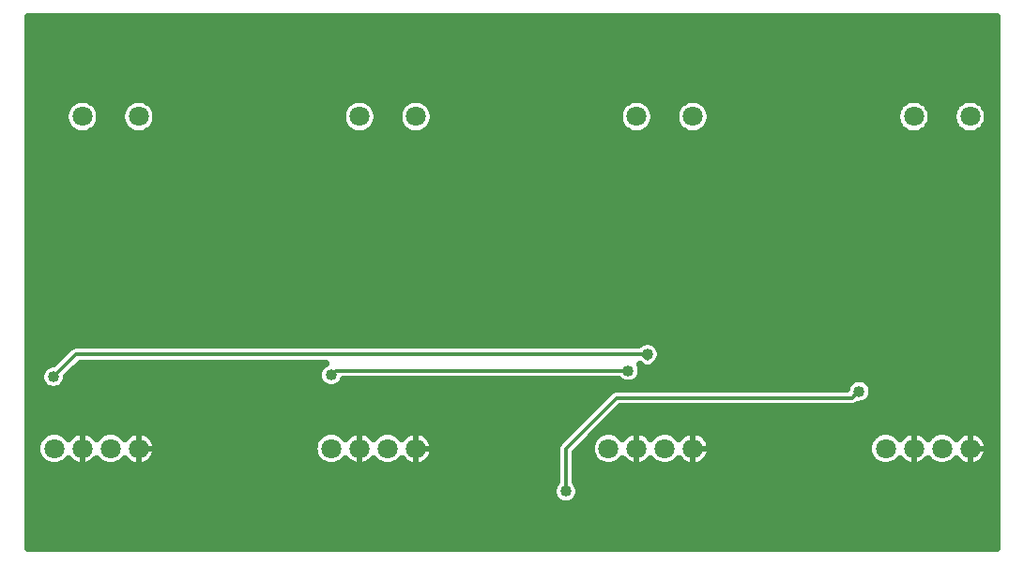
<source format=gbr>
G04 DipTrace 3.3.1.3*
G04 Top.gbr*
%MOIN*%
G04 #@! TF.FileFunction,Copper,L1,Top*
G04 #@! TF.Part,Single*
G04 #@! TA.AperFunction,Conductor*
%ADD13C,0.012*%
G04 #@! TA.AperFunction,CopperBalancing*
%ADD15C,0.025*%
%ADD16C,0.02*%
G04 #@! TA.AperFunction,ComponentPad*
%ADD35C,0.070866*%
G04 #@! TA.AperFunction,ViaPad*
%ADD36C,0.04*%
%FSLAX26Y26*%
G04*
G70*
G90*
G75*
G01*
G04 Top*
%LPD*%
X3594820Y991181D2*
D13*
Y994301D1*
X3568301Y967781D1*
X2733701D1*
X2552740Y786820D1*
Y635501D1*
X2842900Y1123781D2*
Y1105062D1*
X2824181Y1123781D1*
X814900D1*
X733781Y1042661D1*
X2774261Y1064501D2*
X1735302D1*
X1719701Y1048900D1*
D36*
X3594820Y991181D3*
X2552740Y635501D3*
X2842900Y1123781D3*
X733781Y1042661D3*
X2774261Y1064501D3*
X1719701Y1048900D3*
X644939Y2297277D2*
D15*
X4079474D1*
X644939Y2272408D2*
X4079474D1*
X644939Y2247539D2*
X4079474D1*
X644939Y2222671D2*
X4079474D1*
X644939Y2197802D2*
X4079474D1*
X644939Y2172933D2*
X4079474D1*
X644939Y2148064D2*
X4079474D1*
X644939Y2123196D2*
X4079474D1*
X644939Y2098327D2*
X4079474D1*
X644939Y2073458D2*
X4079474D1*
X644939Y2048589D2*
X4079474D1*
X644939Y2023720D2*
X805294D1*
X866345D2*
X1005276D1*
X1066363D2*
X1789561D1*
X1850612D2*
X1989543D1*
X2050595D2*
X2773792D1*
X2834879D2*
X2973811D1*
X3034862D2*
X3758060D1*
X3819111D2*
X3958042D1*
X4019129D2*
X4079474D1*
X644939Y1998852D2*
X779349D1*
X892289D2*
X979332D1*
X1092307D2*
X1763617D1*
X1876556D2*
X1963599D1*
X2076575D2*
X2747848D1*
X2860824D2*
X2947867D1*
X3060806D2*
X3732115D1*
X3845055D2*
X3932098D1*
X4045074D2*
X4079474D1*
X644939Y1973983D2*
X771634D1*
X900004D2*
X971653D1*
X1100022D2*
X1755902D1*
X1884271D2*
X1955884D1*
X2084254D2*
X2740133D1*
X2868503D2*
X2940151D1*
X3068521D2*
X3724400D1*
X3852770D2*
X3924383D1*
X4052753D2*
X4079474D1*
X644939Y1949114D2*
X774505D1*
X897133D2*
X974523D1*
X1097152D2*
X1758772D1*
X1881401D2*
X1958755D1*
X2081383D2*
X2743004D1*
X2865632D2*
X2943022D1*
X3065651D2*
X3727271D1*
X3849899D2*
X3927254D1*
X4049882D2*
X4079474D1*
X644939Y1924245D2*
X790007D1*
X881631D2*
X990025D1*
X1081650D2*
X1774274D1*
X1865899D2*
X1974257D1*
X2065881D2*
X2758506D1*
X2850130D2*
X2958524D1*
X3050149D2*
X3742773D1*
X3834397D2*
X3942756D1*
X4034380D2*
X4079474D1*
X644939Y1899377D2*
X4079474D1*
X644939Y1874508D2*
X4079474D1*
X644939Y1849639D2*
X4079474D1*
X644939Y1824770D2*
X4079474D1*
X644939Y1799902D2*
X4079474D1*
X644939Y1775033D2*
X4079474D1*
X644939Y1750164D2*
X4079474D1*
X644939Y1725295D2*
X4079474D1*
X644939Y1700427D2*
X4079474D1*
X644939Y1675558D2*
X4079474D1*
X644939Y1650689D2*
X4079474D1*
X644939Y1625820D2*
X4079474D1*
X644939Y1600951D2*
X4079474D1*
X644939Y1576083D2*
X4079474D1*
X644939Y1551214D2*
X4079474D1*
X644939Y1526345D2*
X4079474D1*
X644939Y1501476D2*
X4079474D1*
X644939Y1476608D2*
X4079474D1*
X644939Y1451739D2*
X4079474D1*
X644939Y1426870D2*
X4079474D1*
X644939Y1402001D2*
X4079474D1*
X644939Y1377133D2*
X4079474D1*
X644939Y1352264D2*
X4079474D1*
X644939Y1327395D2*
X4079474D1*
X644939Y1302526D2*
X4079474D1*
X644939Y1277657D2*
X4079474D1*
X644939Y1252789D2*
X4079474D1*
X644939Y1227920D2*
X4079474D1*
X644939Y1203051D2*
X4079474D1*
X644939Y1178182D2*
X4079474D1*
X644939Y1153314D2*
X798834D1*
X2881313D2*
X4079474D1*
X644939Y1128445D2*
X771096D1*
X2891648D2*
X4079474D1*
X644939Y1103576D2*
X746228D1*
X2887270D2*
X4079474D1*
X644939Y1078707D2*
X701911D1*
X818260D2*
X1681514D1*
X2864412D2*
X4079474D1*
X644939Y1053839D2*
X686158D1*
X793392D2*
X1670964D1*
X2821997D2*
X4079474D1*
X644939Y1028970D2*
X686840D1*
X780725D2*
X1675198D1*
X1764203D2*
X2741784D1*
X2806746D2*
X3565254D1*
X3624403D2*
X4079474D1*
X644939Y1004101D2*
X705320D1*
X762245D2*
X1704767D1*
X1734634D2*
X3547671D1*
X3641986D2*
X4079474D1*
X644939Y979232D2*
X2696713D1*
X3642238D2*
X4079474D1*
X644939Y954364D2*
X2671845D1*
X3625695D2*
X4079474D1*
X644939Y929495D2*
X2646978D1*
X2743877D2*
X4079474D1*
X644939Y904626D2*
X2622110D1*
X2719009D2*
X4079474D1*
X644939Y879757D2*
X2597242D1*
X2694142D2*
X4079474D1*
X644939Y854888D2*
X2572374D1*
X2669274D2*
X4079474D1*
X644939Y830020D2*
X688383D1*
X1083265D2*
X1672650D1*
X2067496D2*
X2547507D1*
X2644406D2*
X2656918D1*
X3051763D2*
X3641149D1*
X4035995D2*
X4079474D1*
X644939Y805151D2*
X673993D1*
X1097654D2*
X1658261D1*
X2081921D2*
X2523428D1*
X2619538D2*
X2642492D1*
X3066153D2*
X3626759D1*
X4050420D2*
X4079474D1*
X644939Y780282D2*
X671804D1*
X1099843D2*
X1656072D1*
X2084110D2*
X2517759D1*
X2594671D2*
X2640303D1*
X3068342D2*
X3624571D1*
X4052609D2*
X4079474D1*
X644939Y755413D2*
X680309D1*
X1091338D2*
X1664540D1*
X2075606D2*
X2517759D1*
X2587745D2*
X2648808D1*
X3059837D2*
X3633075D1*
X4044105D2*
X4079474D1*
X644939Y730545D2*
X708801D1*
X762855D2*
X808774D1*
X862864D2*
X908784D1*
X962873D2*
X1008793D1*
X1062846D2*
X1693032D1*
X1747122D2*
X1793042D1*
X1847131D2*
X1893051D1*
X1947105D2*
X1993060D1*
X2047114D2*
X2517759D1*
X2587745D2*
X2677300D1*
X2731353D2*
X2777309D1*
X2831363D2*
X2877282D1*
X2931372D2*
X2977292D1*
X3031381D2*
X3661531D1*
X3715621D2*
X3761540D1*
X3815630D2*
X3861550D1*
X3915603D2*
X3961559D1*
X4015613D2*
X4079474D1*
X644939Y705676D2*
X2517759D1*
X2587745D2*
X4079474D1*
X644939Y680807D2*
X2517759D1*
X2587745D2*
X4079474D1*
X644939Y655938D2*
X2508465D1*
X2597003D2*
X4079474D1*
X644939Y631070D2*
X2503943D1*
X2601524D2*
X4079474D1*
X644939Y606201D2*
X2514134D1*
X2591333D2*
X4079474D1*
X644939Y581332D2*
X4079474D1*
X644939Y556463D2*
X4079474D1*
X644939Y531594D2*
X4079474D1*
X644939Y506726D2*
X4079474D1*
X644939Y481857D2*
X4079474D1*
X644939Y456988D2*
X4079474D1*
X985819Y750869D2*
X979614Y743614D1*
X972225Y737303D1*
X963940Y732226D1*
X954963Y728507D1*
X945514Y726239D1*
X935827Y725476D1*
X926140Y726239D1*
X916691Y728507D1*
X907713Y732226D1*
X899428Y737303D1*
X892039Y743614D1*
X885834Y750869D1*
X881484Y745567D1*
X876210Y740456D1*
X870368Y736005D1*
X864039Y732276D1*
X857314Y729324D1*
X850287Y727188D1*
X843056Y725900D1*
X835723Y725476D1*
X828392Y725924D1*
X821166Y727237D1*
X814145Y729396D1*
X807430Y732371D1*
X801114Y736120D1*
X795287Y740591D1*
X790030Y745720D1*
X785829Y750875D1*
X779614Y743614D1*
X772225Y737303D1*
X763940Y732226D1*
X754963Y728507D1*
X745514Y726239D1*
X735827Y725476D1*
X726140Y726239D1*
X716691Y728507D1*
X707713Y732226D1*
X699428Y737303D1*
X692039Y743614D1*
X685728Y751003D1*
X680651Y759288D1*
X676932Y768266D1*
X674664Y777714D1*
X673902Y787402D1*
X674664Y797089D1*
X676932Y806538D1*
X680651Y815515D1*
X685728Y823800D1*
X692039Y831189D1*
X699428Y837500D1*
X707713Y842577D1*
X716691Y846296D1*
X726140Y848564D1*
X735827Y849327D1*
X745514Y848564D1*
X754963Y846296D1*
X763940Y842577D1*
X772225Y837500D1*
X779614Y831189D1*
X785819Y823935D1*
X790309Y829388D1*
X795601Y834482D1*
X801458Y838914D1*
X807799Y842621D1*
X814534Y845551D1*
X821568Y847663D1*
X828803Y848927D1*
X836137Y849326D1*
X843467Y848854D1*
X850689Y847517D1*
X857702Y845334D1*
X864407Y842337D1*
X870710Y838567D1*
X876523Y834077D1*
X881763Y828930D1*
X885819Y823935D1*
X892039Y831189D1*
X899428Y837500D1*
X907713Y842577D1*
X916691Y846296D1*
X926140Y848564D1*
X935827Y849327D1*
X945514Y848564D1*
X954963Y846296D1*
X963940Y842577D1*
X972225Y837500D1*
X979614Y831189D1*
X985819Y823935D1*
X990309Y829388D1*
X995601Y834482D1*
X1001458Y838914D1*
X1007799Y842621D1*
X1014534Y845551D1*
X1021568Y847663D1*
X1028803Y848927D1*
X1036137Y849326D1*
X1043467Y848854D1*
X1050689Y847517D1*
X1057702Y845334D1*
X1064407Y842337D1*
X1070710Y838567D1*
X1076523Y834077D1*
X1081763Y828930D1*
X1086357Y823199D1*
X1090240Y816965D1*
X1093357Y810314D1*
X1095665Y803342D1*
X1097132Y796145D1*
X1097736Y788825D1*
X1097507Y781897D1*
X1096421Y774633D1*
X1094483Y767548D1*
X1091720Y760743D1*
X1088171Y754313D1*
X1083885Y748348D1*
X1078923Y742933D1*
X1073355Y738143D1*
X1067259Y734047D1*
X1060721Y730700D1*
X1053832Y728152D1*
X1046690Y726437D1*
X1039396Y725579D1*
X1032051Y725592D1*
X1024759Y726473D1*
X1017624Y728212D1*
X1010744Y730784D1*
X1004217Y734152D1*
X998134Y738269D1*
X992582Y743077D1*
X987638Y748509D1*
X985829Y750875D1*
X897561Y1963644D2*
X896041Y1954046D1*
X893038Y1944805D1*
X888627Y1936147D1*
X882915Y1928285D1*
X876044Y1921414D1*
X868183Y1915703D1*
X859525Y1911291D1*
X850283Y1908288D1*
X840685Y1906768D1*
X830968D1*
X821371Y1908288D1*
X812129Y1911291D1*
X803471Y1915703D1*
X795610Y1921414D1*
X788738Y1928285D1*
X783027Y1936147D1*
X778615Y1944805D1*
X775613Y1954046D1*
X774092Y1963644D1*
Y1973361D1*
X775613Y1982959D1*
X778615Y1992200D1*
X783027Y2000858D1*
X788738Y2008720D1*
X795610Y2015591D1*
X803471Y2021303D1*
X812129Y2025714D1*
X821371Y2028717D1*
X830968Y2030237D1*
X840685D1*
X850283Y2028717D1*
X859525Y2025714D1*
X868183Y2021303D1*
X876044Y2015591D1*
X882915Y2008720D1*
X888627Y2000858D1*
X893038Y1992200D1*
X896041Y1982959D1*
X897561Y1973361D1*
Y1963644D1*
X1097561Y1963645D2*
X1096041Y1954048D1*
X1093038Y1944806D1*
X1088627Y1936148D1*
X1082915Y1928287D1*
X1076044Y1921416D1*
X1068183Y1915704D1*
X1059525Y1911293D1*
X1050283Y1908290D1*
X1040685Y1906770D1*
X1030968D1*
X1021371Y1908290D1*
X1012129Y1911293D1*
X1003471Y1915704D1*
X995610Y1921416D1*
X988738Y1928287D1*
X983027Y1936148D1*
X978615Y1944806D1*
X975613Y1954048D1*
X974092Y1963645D1*
Y1973363D1*
X975613Y1982960D1*
X978615Y1992202D1*
X983027Y2000860D1*
X988738Y2008721D1*
X995610Y2015592D1*
X1003471Y2021304D1*
X1012129Y2025715D1*
X1021371Y2028718D1*
X1030968Y2030238D1*
X1040685D1*
X1050283Y2028718D1*
X1059525Y2025715D1*
X1068183Y2021304D1*
X1076044Y2015592D1*
X1082915Y2008721D1*
X1088627Y2000860D1*
X1093038Y1992202D1*
X1096041Y1982960D1*
X1097561Y1973363D1*
Y1963645D1*
X1970071Y750869D2*
X1963866Y743614D1*
X1956477Y737303D1*
X1948192Y732226D1*
X1939215Y728507D1*
X1929766Y726239D1*
X1920079Y725476D1*
X1910392Y726239D1*
X1900943Y728507D1*
X1891965Y732226D1*
X1883680Y737303D1*
X1876291Y743614D1*
X1870086Y750869D1*
X1865736Y745567D1*
X1860462Y740456D1*
X1854620Y736005D1*
X1848291Y732276D1*
X1841566Y729324D1*
X1834539Y727188D1*
X1827308Y725900D1*
X1819975Y725476D1*
X1812644Y725924D1*
X1805418Y727237D1*
X1798397Y729396D1*
X1791682Y732371D1*
X1785366Y736120D1*
X1779539Y740591D1*
X1774282Y745720D1*
X1770081Y750875D1*
X1763866Y743614D1*
X1756477Y737303D1*
X1748192Y732226D1*
X1739215Y728507D1*
X1729766Y726239D1*
X1720079Y725476D1*
X1710392Y726239D1*
X1700943Y728507D1*
X1691965Y732226D1*
X1683680Y737303D1*
X1676291Y743614D1*
X1669980Y751003D1*
X1664903Y759288D1*
X1661184Y768266D1*
X1658916Y777714D1*
X1658154Y787402D1*
X1658916Y797089D1*
X1661184Y806538D1*
X1664903Y815515D1*
X1669980Y823800D1*
X1676291Y831189D1*
X1683680Y837500D1*
X1691965Y842577D1*
X1700943Y846296D1*
X1710392Y848564D1*
X1720079Y849327D1*
X1729766Y848564D1*
X1739215Y846296D1*
X1748192Y842577D1*
X1756477Y837500D1*
X1763866Y831189D1*
X1770071Y823935D1*
X1774561Y829388D1*
X1779853Y834482D1*
X1785710Y838914D1*
X1792051Y842621D1*
X1798786Y845551D1*
X1805820Y847663D1*
X1813055Y848927D1*
X1820389Y849326D1*
X1827719Y848854D1*
X1834941Y847517D1*
X1841954Y845334D1*
X1848659Y842337D1*
X1854962Y838567D1*
X1860775Y834077D1*
X1866015Y828930D1*
X1870071Y823935D1*
X1876291Y831189D1*
X1883680Y837500D1*
X1891965Y842577D1*
X1900943Y846296D1*
X1910392Y848564D1*
X1920079Y849327D1*
X1929766Y848564D1*
X1939215Y846296D1*
X1948192Y842577D1*
X1956477Y837500D1*
X1963866Y831189D1*
X1970071Y823935D1*
X1974561Y829388D1*
X1979853Y834482D1*
X1985710Y838914D1*
X1992051Y842621D1*
X1998786Y845551D1*
X2005820Y847663D1*
X2013055Y848927D1*
X2020389Y849326D1*
X2027719Y848854D1*
X2034941Y847517D1*
X2041954Y845334D1*
X2048659Y842337D1*
X2054962Y838567D1*
X2060775Y834077D1*
X2066015Y828930D1*
X2070609Y823199D1*
X2074492Y816965D1*
X2077609Y810314D1*
X2079917Y803342D1*
X2081384Y796145D1*
X2081988Y788825D1*
X2081759Y781897D1*
X2080673Y774633D1*
X2078735Y767548D1*
X2075972Y760743D1*
X2072423Y754313D1*
X2068137Y748348D1*
X2063175Y742933D1*
X2057607Y738143D1*
X2051511Y734047D1*
X2044973Y730700D1*
X2038084Y728152D1*
X2030942Y726437D1*
X2023648Y725579D1*
X2016303Y725592D1*
X2009011Y726473D1*
X2001875Y728212D1*
X1994996Y730784D1*
X1988469Y734152D1*
X1982386Y738269D1*
X1976834Y743077D1*
X1971890Y748509D1*
X1970081Y750875D1*
X1881813Y1963644D2*
X1880293Y1954046D1*
X1877290Y1944805D1*
X1872879Y1936147D1*
X1867167Y1928285D1*
X1860296Y1921414D1*
X1852435Y1915703D1*
X1843776Y1911291D1*
X1834535Y1908288D1*
X1824937Y1906768D1*
X1815220D1*
X1805623Y1908288D1*
X1796381Y1911291D1*
X1787723Y1915703D1*
X1779862Y1921414D1*
X1772990Y1928285D1*
X1767279Y1936147D1*
X1762867Y1944805D1*
X1759865Y1954046D1*
X1758344Y1963644D1*
Y1973361D1*
X1759865Y1982959D1*
X1762867Y1992200D1*
X1767279Y2000858D1*
X1772990Y2008720D1*
X1779862Y2015591D1*
X1787723Y2021303D1*
X1796381Y2025714D1*
X1805623Y2028717D1*
X1815220Y2030237D1*
X1824937D1*
X1834535Y2028717D1*
X1843776Y2025714D1*
X1852435Y2021303D1*
X1860296Y2015591D1*
X1867167Y2008720D1*
X1872879Y2000858D1*
X1877290Y1992200D1*
X1880293Y1982959D1*
X1881813Y1973361D1*
Y1963644D1*
X2081813Y1963645D2*
X2080293Y1954048D1*
X2077290Y1944806D1*
X2072879Y1936148D1*
X2067167Y1928287D1*
X2060296Y1921416D1*
X2052435Y1915704D1*
X2043776Y1911293D1*
X2034535Y1908290D1*
X2024937Y1906770D1*
X2015220D1*
X2005623Y1908290D1*
X1996381Y1911293D1*
X1987723Y1915704D1*
X1979862Y1921416D1*
X1972990Y1928287D1*
X1967279Y1936148D1*
X1962867Y1944806D1*
X1959865Y1954048D1*
X1958344Y1963645D1*
Y1973363D1*
X1959865Y1982960D1*
X1962867Y1992202D1*
X1967279Y2000860D1*
X1972990Y2008721D1*
X1979862Y2015592D1*
X1987723Y2021304D1*
X1996381Y2025715D1*
X2005623Y2028718D1*
X2015220Y2030238D1*
X2024937D1*
X2034535Y2028718D1*
X2043776Y2025715D1*
X2052435Y2021304D1*
X2060296Y2015592D1*
X2067167Y2008721D1*
X2072879Y2000860D1*
X2077290Y1992202D1*
X2080293Y1982960D1*
X2081813Y1973363D1*
Y1963645D1*
X2954323Y750869D2*
X2948118Y743614D1*
X2940729Y737303D1*
X2932444Y732226D1*
X2923467Y728507D1*
X2914018Y726239D1*
X2904331Y725476D1*
X2894643Y726239D1*
X2885195Y728507D1*
X2876217Y732226D1*
X2867932Y737303D1*
X2860543Y743614D1*
X2854338Y750869D1*
X2849988Y745567D1*
X2844714Y740456D1*
X2838872Y736005D1*
X2832543Y732276D1*
X2825818Y729324D1*
X2818791Y727188D1*
X2811560Y725900D1*
X2804227Y725476D1*
X2796896Y725924D1*
X2789670Y727237D1*
X2782649Y729396D1*
X2775934Y732371D1*
X2769618Y736120D1*
X2763791Y740591D1*
X2758534Y745720D1*
X2754333Y750875D1*
X2748118Y743614D1*
X2740729Y737303D1*
X2732444Y732226D1*
X2723467Y728507D1*
X2714018Y726239D1*
X2704331Y725476D1*
X2694643Y726239D1*
X2685195Y728507D1*
X2676217Y732226D1*
X2667932Y737303D1*
X2660543Y743614D1*
X2654232Y751003D1*
X2649155Y759288D1*
X2645436Y768266D1*
X2643168Y777714D1*
X2642406Y787402D1*
X2643168Y797089D1*
X2645436Y806538D1*
X2649155Y815515D1*
X2654232Y823800D1*
X2660543Y831189D1*
X2667932Y837500D1*
X2676217Y842577D1*
X2685195Y846296D1*
X2694643Y848564D1*
X2704331Y849327D1*
X2714018Y848564D1*
X2723467Y846296D1*
X2732444Y842577D1*
X2740729Y837500D1*
X2748118Y831189D1*
X2754323Y823935D1*
X2758813Y829388D1*
X2764105Y834482D1*
X2769962Y838914D1*
X2776302Y842621D1*
X2783037Y845551D1*
X2790072Y847663D1*
X2797307Y848927D1*
X2804641Y849326D1*
X2811971Y848854D1*
X2819193Y847517D1*
X2826206Y845334D1*
X2832911Y842337D1*
X2839214Y838567D1*
X2845027Y834077D1*
X2850267Y828930D1*
X2854323Y823935D1*
X2860543Y831189D1*
X2867932Y837500D1*
X2876217Y842577D1*
X2885195Y846296D1*
X2894643Y848564D1*
X2904331Y849327D1*
X2914018Y848564D1*
X2923467Y846296D1*
X2932444Y842577D1*
X2940729Y837500D1*
X2948118Y831189D1*
X2954323Y823935D1*
X2958813Y829388D1*
X2964105Y834482D1*
X2969962Y838914D1*
X2976302Y842621D1*
X2983037Y845551D1*
X2990072Y847663D1*
X2997307Y848927D1*
X3004641Y849326D1*
X3011971Y848854D1*
X3019193Y847517D1*
X3026206Y845334D1*
X3032911Y842337D1*
X3039214Y838567D1*
X3045027Y834077D1*
X3050267Y828930D1*
X3054861Y823199D1*
X3058744Y816965D1*
X3061861Y810314D1*
X3064169Y803342D1*
X3065636Y796145D1*
X3066240Y788825D1*
X3066011Y781897D1*
X3064925Y774633D1*
X3062987Y767548D1*
X3060224Y760743D1*
X3056675Y754313D1*
X3052389Y748348D1*
X3047427Y742933D1*
X3041859Y738143D1*
X3035763Y734047D1*
X3029225Y730700D1*
X3022336Y728152D1*
X3015194Y726437D1*
X3007900Y725579D1*
X3000555Y725592D1*
X2993263Y726473D1*
X2986127Y728212D1*
X2979248Y730784D1*
X2972721Y734152D1*
X2966638Y738269D1*
X2961086Y743077D1*
X2956142Y748509D1*
X2954333Y750875D1*
X2866065Y1963644D2*
X2864545Y1954046D1*
X2861542Y1944805D1*
X2857131Y1936147D1*
X2851419Y1928285D1*
X2844548Y1921414D1*
X2836687Y1915703D1*
X2828028Y1911291D1*
X2818787Y1908288D1*
X2809189Y1906768D1*
X2799472D1*
X2789875Y1908288D1*
X2780633Y1911291D1*
X2771975Y1915703D1*
X2764114Y1921414D1*
X2757242Y1928285D1*
X2751531Y1936147D1*
X2747119Y1944805D1*
X2744117Y1954046D1*
X2742596Y1963644D1*
Y1973361D1*
X2744117Y1982959D1*
X2747119Y1992200D1*
X2751531Y2000858D1*
X2757242Y2008720D1*
X2764114Y2015591D1*
X2771975Y2021303D1*
X2780633Y2025714D1*
X2789875Y2028717D1*
X2799472Y2030237D1*
X2809189D1*
X2818787Y2028717D1*
X2828028Y2025714D1*
X2836687Y2021303D1*
X2844548Y2015591D1*
X2851419Y2008720D1*
X2857131Y2000858D1*
X2861542Y1992200D1*
X2864545Y1982959D1*
X2866065Y1973361D1*
Y1963644D1*
X3066065Y1963645D2*
X3064545Y1954048D1*
X3061542Y1944806D1*
X3057131Y1936148D1*
X3051419Y1928287D1*
X3044548Y1921416D1*
X3036687Y1915704D1*
X3028028Y1911293D1*
X3018787Y1908290D1*
X3009189Y1906770D1*
X2999472D1*
X2989875Y1908290D1*
X2980633Y1911293D1*
X2971975Y1915704D1*
X2964114Y1921416D1*
X2957242Y1928287D1*
X2951531Y1936148D1*
X2947119Y1944806D1*
X2944117Y1954048D1*
X2942596Y1963645D1*
Y1973363D1*
X2944117Y1982960D1*
X2947119Y1992202D1*
X2951531Y2000860D1*
X2957242Y2008721D1*
X2964114Y2015592D1*
X2971975Y2021304D1*
X2980633Y2025715D1*
X2989875Y2028718D1*
X2999472Y2030238D1*
X3009189D1*
X3018787Y2028718D1*
X3028028Y2025715D1*
X3036687Y2021304D1*
X3044548Y2015592D1*
X3051419Y2008721D1*
X3057131Y2000860D1*
X3061542Y1992202D1*
X3064545Y1982960D1*
X3066065Y1973363D1*
Y1963645D1*
X3938575Y750869D2*
X3932370Y743614D1*
X3924981Y737303D1*
X3916696Y732226D1*
X3907719Y728507D1*
X3898270Y726239D1*
X3888583Y725476D1*
X3878895Y726239D1*
X3869447Y728507D1*
X3860469Y732226D1*
X3852184Y737303D1*
X3844795Y743614D1*
X3838590Y750869D1*
X3834240Y745567D1*
X3828966Y740456D1*
X3823124Y736005D1*
X3816795Y732276D1*
X3810070Y729324D1*
X3803043Y727188D1*
X3795812Y725900D1*
X3788479Y725476D1*
X3781148Y725924D1*
X3773922Y727237D1*
X3766901Y729396D1*
X3760186Y732371D1*
X3753870Y736120D1*
X3748043Y740591D1*
X3742786Y745720D1*
X3738585Y750875D1*
X3732370Y743614D1*
X3724981Y737303D1*
X3716696Y732226D1*
X3707719Y728507D1*
X3698270Y726239D1*
X3688583Y725476D1*
X3678895Y726239D1*
X3669447Y728507D1*
X3660469Y732226D1*
X3652184Y737303D1*
X3644795Y743614D1*
X3638484Y751003D1*
X3633407Y759288D1*
X3629688Y768266D1*
X3627420Y777714D1*
X3626657Y787402D1*
X3627420Y797089D1*
X3629688Y806538D1*
X3633407Y815515D1*
X3638484Y823800D1*
X3644795Y831189D1*
X3652184Y837500D1*
X3660469Y842577D1*
X3669447Y846296D1*
X3678895Y848564D1*
X3688583Y849327D1*
X3698270Y848564D1*
X3707719Y846296D1*
X3716696Y842577D1*
X3724981Y837500D1*
X3732370Y831189D1*
X3738575Y823935D1*
X3743065Y829388D1*
X3748357Y834482D1*
X3754214Y838914D1*
X3760554Y842621D1*
X3767289Y845551D1*
X3774324Y847663D1*
X3781559Y848927D1*
X3788893Y849326D1*
X3796223Y848854D1*
X3803445Y847517D1*
X3810458Y845334D1*
X3817163Y842337D1*
X3823466Y838567D1*
X3829279Y834077D1*
X3834519Y828930D1*
X3838575Y823935D1*
X3844795Y831189D1*
X3852184Y837500D1*
X3860469Y842577D1*
X3869447Y846296D1*
X3878895Y848564D1*
X3888583Y849327D1*
X3898270Y848564D1*
X3907719Y846296D1*
X3916696Y842577D1*
X3924981Y837500D1*
X3932370Y831189D1*
X3938575Y823935D1*
X3943065Y829388D1*
X3948357Y834482D1*
X3954214Y838914D1*
X3960554Y842621D1*
X3967289Y845551D1*
X3974324Y847663D1*
X3981559Y848927D1*
X3988893Y849326D1*
X3996223Y848854D1*
X4003445Y847517D1*
X4010458Y845334D1*
X4017163Y842337D1*
X4023466Y838567D1*
X4029279Y834077D1*
X4034519Y828930D1*
X4039113Y823199D1*
X4042995Y816965D1*
X4046113Y810314D1*
X4048421Y803342D1*
X4049888Y796145D1*
X4050492Y788825D1*
X4050263Y781897D1*
X4049177Y774633D1*
X4047239Y767548D1*
X4044476Y760743D1*
X4040927Y754313D1*
X4036641Y748348D1*
X4031679Y742933D1*
X4026111Y738143D1*
X4020015Y734047D1*
X4013476Y730700D1*
X4006588Y728152D1*
X3999446Y726437D1*
X3992152Y725579D1*
X3984807Y725592D1*
X3977515Y726473D1*
X3970379Y728212D1*
X3963500Y730784D1*
X3956973Y734152D1*
X3950890Y738269D1*
X3945338Y743077D1*
X3940394Y748509D1*
X3938585Y750875D1*
X3850317Y1963644D2*
X3848797Y1954046D1*
X3845794Y1944805D1*
X3841383Y1936147D1*
X3835671Y1928285D1*
X3828800Y1921414D1*
X3820939Y1915703D1*
X3812280Y1911291D1*
X3803039Y1908288D1*
X3793441Y1906768D1*
X3783724D1*
X3774127Y1908288D1*
X3764885Y1911291D1*
X3756227Y1915703D1*
X3748365Y1921414D1*
X3741494Y1928285D1*
X3735783Y1936147D1*
X3731371Y1944805D1*
X3728368Y1954046D1*
X3726848Y1963644D1*
Y1973361D1*
X3728368Y1982959D1*
X3731371Y1992200D1*
X3735783Y2000858D1*
X3741494Y2008720D1*
X3748365Y2015591D1*
X3756227Y2021303D1*
X3764885Y2025714D1*
X3774127Y2028717D1*
X3783724Y2030237D1*
X3793441D1*
X3803039Y2028717D1*
X3812280Y2025714D1*
X3820939Y2021303D1*
X3828800Y2015591D1*
X3835671Y2008720D1*
X3841383Y2000858D1*
X3845794Y1992200D1*
X3848797Y1982959D1*
X3850317Y1973361D1*
Y1963644D1*
X4050317Y1963645D2*
X4048797Y1954048D1*
X4045794Y1944806D1*
X4041383Y1936148D1*
X4035671Y1928287D1*
X4028800Y1921416D1*
X4020939Y1915704D1*
X4012280Y1911293D1*
X4003039Y1908290D1*
X3993441Y1906770D1*
X3983724D1*
X3974127Y1908290D1*
X3964885Y1911293D1*
X3956227Y1915704D1*
X3948365Y1921416D1*
X3941494Y1928287D1*
X3935783Y1936148D1*
X3931371Y1944806D1*
X3928368Y1954048D1*
X3926848Y1963645D1*
Y1973363D1*
X3928368Y1982960D1*
X3931371Y1992202D1*
X3935783Y2000860D1*
X3941494Y2008721D1*
X3948365Y2015592D1*
X3956227Y2021304D1*
X3964885Y2025715D1*
X3974127Y2028718D1*
X3983724Y2030238D1*
X3993441D1*
X4003039Y2028718D1*
X4012280Y2025715D1*
X4020939Y2021304D1*
X4028800Y2015592D1*
X4035671Y2008721D1*
X4041383Y2000860D1*
X4045794Y1992202D1*
X4048797Y1982960D1*
X4050317Y1973363D1*
Y1963645D1*
X3559114Y935289D2*
X2747163D1*
X2585224Y773354D1*
X2585232Y668725D1*
X2590353Y662829D1*
X2594165Y656608D1*
X2596957Y649868D1*
X2598660Y642774D1*
X2599232Y635501D1*
X2598660Y628228D1*
X2596957Y621134D1*
X2594165Y614394D1*
X2590353Y608174D1*
X2585615Y602626D1*
X2580068Y597888D1*
X2573847Y594077D1*
X2567107Y591285D1*
X2560013Y589582D1*
X2552740Y589009D1*
X2545467Y589582D1*
X2538373Y591285D1*
X2531633Y594077D1*
X2525413Y597888D1*
X2519865Y602626D1*
X2515127Y608174D1*
X2511315Y614394D1*
X2508524Y621134D1*
X2506820Y628228D1*
X2506248Y635501D1*
X2506820Y642774D1*
X2508524Y649868D1*
X2511315Y656608D1*
X2515127Y662829D1*
X2520253Y668734D1*
X2520348Y789370D1*
X2521146Y794405D1*
X2522721Y799254D1*
X2525036Y803797D1*
X2528033Y807922D1*
X2575235Y855266D1*
X2712599Y992488D1*
X2716724Y995485D1*
X2721267Y997800D1*
X2726116Y999375D1*
X2731151Y1000173D1*
X2798005Y1000273D1*
X3549241D1*
X3550604Y1005548D1*
X3553395Y1012288D1*
X3557207Y1018508D1*
X3561945Y1024056D1*
X3567493Y1028794D1*
X3573713Y1032606D1*
X3580453Y1035398D1*
X3587547Y1037101D1*
X3594820Y1037673D1*
X3602093Y1037101D1*
X3609187Y1035398D1*
X3615927Y1032606D1*
X3622148Y1028794D1*
X3627695Y1024056D1*
X3632433Y1018508D1*
X3636245Y1012288D1*
X3639037Y1005548D1*
X3640740Y998454D1*
X3641312Y991181D1*
X3640740Y983908D1*
X3639037Y976814D1*
X3636245Y970074D1*
X3632433Y963854D1*
X3627695Y958306D1*
X3622148Y953568D1*
X3615927Y949756D1*
X3609187Y946964D1*
X3602093Y945261D1*
X3594820Y944689D1*
X3591276Y944805D1*
X3587399Y941494D1*
X3583052Y938830D1*
X3578341Y936879D1*
X3573383Y935689D1*
X3568301Y935289D1*
X3559114D1*
X2867614Y1083968D2*
X2864002Y1080354D1*
X2859877Y1077358D1*
X2855334Y1075043D1*
X2850485Y1073467D1*
X2845450Y1072670D1*
X2840351D1*
X2835315Y1073467D1*
X2830466Y1075043D1*
X2825923Y1077358D1*
X2821798Y1080354D1*
X2815573Y1086168D1*
X2815271Y1086406D1*
X2818478Y1078868D1*
X2820181Y1071774D1*
X2820753Y1064501D1*
X2820181Y1057228D1*
X2818478Y1050134D1*
X2815686Y1043394D1*
X2811874Y1037174D1*
X2807136Y1031626D1*
X2801589Y1026888D1*
X2795368Y1023077D1*
X2788628Y1020285D1*
X2781534Y1018582D1*
X2774261Y1018009D1*
X2766988Y1018582D1*
X2759894Y1020285D1*
X2753154Y1023077D1*
X2746934Y1026888D1*
X2741028Y1032014D1*
X1763009Y1032009D1*
X1759342Y1024608D1*
X1755054Y1018706D1*
X1749895Y1013547D1*
X1743993Y1009259D1*
X1737493Y1005947D1*
X1730554Y1003693D1*
X1723349Y1002551D1*
X1716053D1*
X1708847Y1003693D1*
X1701909Y1005947D1*
X1695409Y1009259D1*
X1689507Y1013547D1*
X1684348Y1018706D1*
X1680060Y1024608D1*
X1676748Y1031108D1*
X1674493Y1038047D1*
X1673352Y1045253D1*
Y1052548D1*
X1674493Y1059754D1*
X1676748Y1066692D1*
X1680060Y1073192D1*
X1684348Y1079094D1*
X1689507Y1084253D1*
X1695409Y1088541D1*
X1700679Y1091286D1*
X828339Y1091289D1*
X780251Y1043181D1*
X779701Y1035388D1*
X777997Y1028295D1*
X775206Y1021554D1*
X771394Y1015334D1*
X766656Y1009787D1*
X761108Y1005048D1*
X754888Y1001237D1*
X748148Y998445D1*
X741054Y996742D1*
X733781Y996169D1*
X726508Y996742D1*
X719414Y998445D1*
X712674Y1001237D1*
X706453Y1005048D1*
X700906Y1009787D1*
X696168Y1015334D1*
X692356Y1021554D1*
X689564Y1028295D1*
X687861Y1035388D1*
X687289Y1042661D1*
X687861Y1049934D1*
X689564Y1057028D1*
X692356Y1063768D1*
X696168Y1069989D1*
X700906Y1075536D1*
X706453Y1080274D1*
X712674Y1084086D1*
X719414Y1086878D1*
X726508Y1088581D1*
X734308Y1089133D1*
X793798Y1148488D1*
X797923Y1151485D1*
X802466Y1153800D1*
X807315Y1155375D1*
X812351Y1156173D1*
X879205Y1156273D1*
X2809666D1*
X2815573Y1161394D1*
X2821793Y1165206D1*
X2828533Y1167997D1*
X2835627Y1169701D1*
X2842900Y1170273D1*
X2850173Y1169701D1*
X2857267Y1167997D1*
X2864007Y1165206D1*
X2870228Y1161394D1*
X2875775Y1156656D1*
X2880513Y1151108D1*
X2884325Y1144888D1*
X2887117Y1138148D1*
X2888820Y1131054D1*
X2889392Y1123781D1*
X2888820Y1116508D1*
X2887117Y1109414D1*
X2884325Y1102674D1*
X2880513Y1096453D1*
X2875775Y1090906D1*
X2870228Y1086168D1*
X2868437Y1084972D1*
X642445Y433760D2*
X4082016D1*
X4081988Y2322153D1*
X642394Y2322146D1*
X642421Y433753D1*
X835827Y849291D2*
D16*
Y725512D1*
X1035827Y849291D2*
Y725512D1*
Y787402D2*
X1097716D1*
X1820079Y849291D2*
Y725512D1*
X2020079Y849291D2*
Y725512D1*
Y787402D2*
X2081968D1*
X2804331Y849291D2*
Y725512D1*
X3004331Y849291D2*
Y725512D1*
Y787402D2*
X3066220D1*
X3788583Y849291D2*
Y725512D1*
X3988583Y849291D2*
Y725512D1*
Y787402D2*
X4050472D1*
D35*
X935827D3*
X735827D3*
X835827D3*
X1035827D3*
X835827Y1968503D3*
X1035827Y1968504D3*
X1920079Y787402D3*
X1720079D3*
X1820079D3*
X2020079D3*
X1820079Y1968503D3*
X2020079Y1968504D3*
X2904331Y787402D3*
X2704331D3*
X2804331D3*
X3004331D3*
X2804331Y1968503D3*
X3004331Y1968504D3*
X3888583Y787402D3*
X3688583D3*
X3788583D3*
X3988583D3*
X3788583Y1968503D3*
X3988583Y1968504D3*
M02*

</source>
